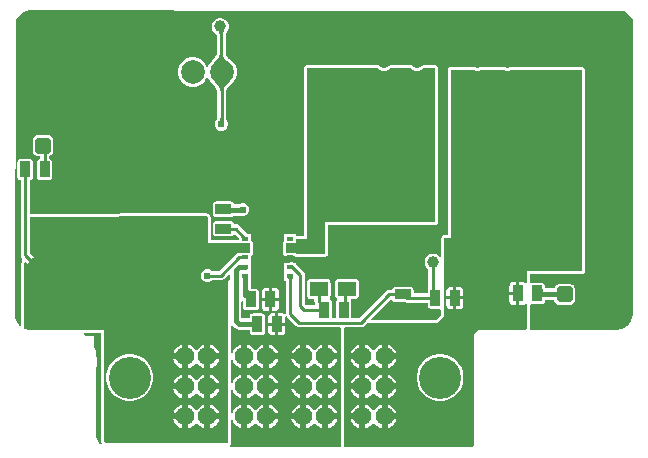
<source format=gbr>
%TF.GenerationSoftware,Altium Limited,Altium Designer,24.2.2 (26)*%
G04 Layer_Physical_Order=1*
G04 Layer_Color=255*
%FSLAX45Y45*%
%MOMM*%
%TF.SameCoordinates,49D751E1-909A-4D1D-99CC-CC6D119DB9C5*%
%TF.FilePolarity,Positive*%
%TF.FileFunction,Copper,L1,Top,Signal*%
%TF.Part,Single*%
G01*
G75*
%TA.AperFunction,SMDPad,CuDef*%
%ADD10R,1.30000X1.30000*%
%ADD11R,4.60000X3.40000*%
G04:AMPARAMS|DCode=12|XSize=1.4mm|YSize=0.9mm|CornerRadius=0.0675mm|HoleSize=0mm|Usage=FLASHONLY|Rotation=90.000|XOffset=0mm|YOffset=0mm|HoleType=Round|Shape=RoundedRectangle|*
%AMROUNDEDRECTD12*
21,1,1.40000,0.76500,0,0,90.0*
21,1,1.26500,0.90000,0,0,90.0*
1,1,0.13500,0.38250,0.63250*
1,1,0.13500,0.38250,-0.63250*
1,1,0.13500,-0.38250,-0.63250*
1,1,0.13500,-0.38250,0.63250*
%
%ADD12ROUNDEDRECTD12*%
G04:AMPARAMS|DCode=13|XSize=1.3mm|YSize=1.3mm|CornerRadius=0.13mm|HoleSize=0mm|Usage=FLASHONLY|Rotation=180.000|XOffset=0mm|YOffset=0mm|HoleType=Round|Shape=RoundedRectangle|*
%AMROUNDEDRECTD13*
21,1,1.30000,1.04000,0,0,180.0*
21,1,1.04000,1.30000,0,0,180.0*
1,1,0.26000,-0.52000,0.52000*
1,1,0.26000,0.52000,0.52000*
1,1,0.26000,0.52000,-0.52000*
1,1,0.26000,-0.52000,-0.52000*
%
%ADD13ROUNDEDRECTD13*%
G04:AMPARAMS|DCode=14|XSize=1.6mm|YSize=3.15mm|CornerRadius=0.12mm|HoleSize=0mm|Usage=FLASHONLY|Rotation=180.000|XOffset=0mm|YOffset=0mm|HoleType=Round|Shape=RoundedRectangle|*
%AMROUNDEDRECTD14*
21,1,1.60000,2.91000,0,0,180.0*
21,1,1.36000,3.15000,0,0,180.0*
1,1,0.24000,-0.68000,1.45500*
1,1,0.24000,0.68000,1.45500*
1,1,0.24000,0.68000,-1.45500*
1,1,0.24000,-0.68000,-1.45500*
%
%ADD14ROUNDEDRECTD14*%
G04:AMPARAMS|DCode=15|XSize=1.25mm|YSize=1.6mm|CornerRadius=0.125mm|HoleSize=0mm|Usage=FLASHONLY|Rotation=270.000|XOffset=0mm|YOffset=0mm|HoleType=Round|Shape=RoundedRectangle|*
%AMROUNDEDRECTD15*
21,1,1.25000,1.35000,0,0,270.0*
21,1,1.00000,1.60000,0,0,270.0*
1,1,0.25000,-0.67500,-0.50000*
1,1,0.25000,-0.67500,0.50000*
1,1,0.25000,0.67500,0.50000*
1,1,0.25000,0.67500,-0.50000*
%
%ADD15ROUNDEDRECTD15*%
G04:AMPARAMS|DCode=16|XSize=1.6mm|YSize=3mm|CornerRadius=0.12mm|HoleSize=0mm|Usage=FLASHONLY|Rotation=270.000|XOffset=0mm|YOffset=0mm|HoleType=Round|Shape=RoundedRectangle|*
%AMROUNDEDRECTD16*
21,1,1.60000,2.76000,0,0,270.0*
21,1,1.36000,3.00000,0,0,270.0*
1,1,0.24000,-1.38000,-0.68000*
1,1,0.24000,-1.38000,0.68000*
1,1,0.24000,1.38000,0.68000*
1,1,0.24000,1.38000,-0.68000*
%
%ADD16ROUNDEDRECTD16*%
G04:AMPARAMS|DCode=17|XSize=1.4mm|YSize=0.9mm|CornerRadius=0.0675mm|HoleSize=0mm|Usage=FLASHONLY|Rotation=0.000|XOffset=0mm|YOffset=0mm|HoleType=Round|Shape=RoundedRectangle|*
%AMROUNDEDRECTD17*
21,1,1.40000,0.76500,0,0,0.0*
21,1,1.26500,0.90000,0,0,0.0*
1,1,0.13500,0.63250,-0.38250*
1,1,0.13500,-0.63250,-0.38250*
1,1,0.13500,-0.63250,0.38250*
1,1,0.13500,0.63250,0.38250*
%
%ADD17ROUNDEDRECTD17*%
%ADD18R,4.00000X4.00000*%
%ADD19R,0.60000X0.30000*%
%ADD20R,2.60000X3.00000*%
%ADD21C,1.00000*%
G04:AMPARAMS|DCode=22|XSize=1.25mm|YSize=1.6mm|CornerRadius=0.125mm|HoleSize=0mm|Usage=FLASHONLY|Rotation=180.000|XOffset=0mm|YOffset=0mm|HoleType=Round|Shape=RoundedRectangle|*
%AMROUNDEDRECTD22*
21,1,1.25000,1.35000,0,0,180.0*
21,1,1.00000,1.60000,0,0,180.0*
1,1,0.25000,-0.50000,0.67500*
1,1,0.25000,0.50000,0.67500*
1,1,0.25000,0.50000,-0.67500*
1,1,0.25000,-0.50000,-0.67500*
%
%ADD22ROUNDEDRECTD22*%
%TA.AperFunction,Conductor*%
%ADD23C,0.45720*%
%ADD24C,0.25400*%
%ADD25C,0.43180*%
%TA.AperFunction,ComponentPad*%
%ADD26C,3.56000*%
%ADD27C,1.56000*%
%ADD28C,2.54000*%
%ADD29C,2.00000*%
%TA.AperFunction,ViaPad*%
%ADD30C,1.27000*%
%ADD31C,0.60960*%
%TA.AperFunction,TestPad*%
%ADD32C,0.60960*%
%ADD33C,0.71120*%
G36*
X5433060Y-3944620D02*
X4963160D01*
Y-4045963D01*
X4950460Y-4049815D01*
X4949709Y-4048691D01*
X4939074Y-4041586D01*
X4926530Y-4039090D01*
X4900980D01*
Y-4135119D01*
Y-4231150D01*
X4926530D01*
X4939074Y-4228654D01*
X4949709Y-4221549D01*
X4950460Y-4220425D01*
X4963160Y-4224277D01*
Y-4434037D01*
X4954167Y-4443004D01*
X4704162Y-4442281D01*
X4702821Y-4442544D01*
X4701470Y-4442343D01*
X4688066Y-4443002D01*
X4684343Y-4443935D01*
X4680503D01*
X4675148Y-4445000D01*
X4551869D01*
X4516946Y-4479923D01*
Y-4611847D01*
X4516186Y-4614884D01*
X4515527Y-4628287D01*
X4515724Y-4629611D01*
X4515465Y-4630925D01*
X4516910Y-5408852D01*
X4516946Y-5409033D01*
Y-5411914D01*
X4515871Y-5417521D01*
X4513743Y-5422744D01*
X4510631Y-5427450D01*
X4506659Y-5431454D01*
X4501978Y-5434602D01*
X4501967Y-5434606D01*
X3424914D01*
X3421380Y-5423370D01*
Y-4589780D01*
X3417321Y-4429440D01*
X3426187Y-4420347D01*
X3563620D01*
X3578486Y-4417389D01*
X3591089Y-4408969D01*
X3610937Y-4389120D01*
X4208780D01*
X4267200Y-4330700D01*
Y-3663676D01*
X4320540D01*
Y-2245360D01*
X4525417D01*
X4534896Y-2247900D01*
X4558304D01*
X4567783Y-2245360D01*
X4779417D01*
X4788896Y-2247900D01*
X4812304D01*
X4821783Y-2245360D01*
X5433060D01*
Y-3944620D01*
D02*
G37*
G36*
X2263140Y-3491329D02*
Y-3703320D01*
X2268220Y-3708400D01*
X2564826D01*
X2568680Y-3709167D01*
X2583680D01*
X2587534Y-3708400D01*
X2623360D01*
Y-3795000D01*
X2599398D01*
X2598546Y-3794431D01*
X2583680Y-3791473D01*
X2527300D01*
X2512434Y-3794431D01*
X2499831Y-3802851D01*
X2356269Y-3946413D01*
X2300780D01*
X2292253Y-3937887D01*
X2271715Y-3929380D01*
X2249485D01*
X2228947Y-3937887D01*
X2213227Y-3953607D01*
X2204720Y-3974145D01*
Y-3996375D01*
X2213227Y-4016913D01*
X2228947Y-4032633D01*
X2249485Y-4041140D01*
X2271715D01*
X2292253Y-4032633D01*
X2300780Y-4024107D01*
X2372360D01*
X2387226Y-4021149D01*
X2399829Y-4012729D01*
X2442256Y-3970301D01*
X2453990Y-3975161D01*
Y-4018280D01*
X2451100D01*
X2435860Y-4033520D01*
Y-5400040D01*
X1399540D01*
X1389380Y-5389880D01*
Y-4445000D01*
X1115341D01*
X1113133Y-4444561D01*
X1109294D01*
X1105571Y-4443628D01*
X1087324Y-4442732D01*
X1085877Y-4442946D01*
X1084441Y-4442670D01*
X759445Y-4444809D01*
X758519Y-4445000D01*
X748552D01*
X723665Y-4440050D01*
X711200Y-4434887D01*
Y-3876451D01*
X722933Y-3871590D01*
X772631Y-3921289D01*
X785234Y-3929709D01*
X800100Y-3932667D01*
X814966Y-3929709D01*
X827569Y-3921289D01*
X835989Y-3908686D01*
X838947Y-3893820D01*
X835989Y-3878954D01*
X827569Y-3866351D01*
X756447Y-3795229D01*
Y-3485194D01*
X2254151Y-3482357D01*
X2263140Y-3491329D01*
D02*
G37*
G36*
X2986667Y-4004968D02*
X2984508Y-4005739D01*
X2982603Y-4007024D01*
X2980952Y-4008823D01*
X2979555Y-4011137D01*
X2978412Y-4013964D01*
X2977523Y-4017306D01*
X2976888Y-4021162D01*
X2976507Y-4025531D01*
X2976380Y-4030415D01*
X2950980D01*
X2950853Y-4025531D01*
X2950472Y-4021162D01*
X2949837Y-4017306D01*
X2948948Y-4013964D01*
X2947805Y-4011137D01*
X2946408Y-4008823D01*
X2944757Y-4007024D01*
X2942852Y-4005739D01*
X2940693Y-4004968D01*
X2938280Y-4004711D01*
X2989080D01*
X2986667Y-4004968D01*
D02*
G37*
G36*
X3214950Y-1740894D02*
X3214978Y-1740889D01*
X3215005Y-1740894D01*
X5752120Y-1740902D01*
X5763254D01*
X5785095Y-1745246D01*
X5805668Y-1753768D01*
X5824183Y-1766140D01*
X5839929Y-1781886D01*
X5852300Y-1800401D01*
X5860822Y-1820973D01*
X5865166Y-1842814D01*
Y-1853931D01*
X5864392Y-4299350D01*
X5864394Y-4299358D01*
X5864392Y-4299366D01*
Y-4313731D01*
X5858787Y-4341909D01*
X5847793Y-4368451D01*
X5831832Y-4392339D01*
X5811517Y-4412654D01*
X5787629Y-4428615D01*
X5761087Y-4439610D01*
X5732909Y-4445214D01*
X5718606D01*
X4999449Y-4443135D01*
X4989202Y-4434200D01*
X4989058Y-4434036D01*
Y-4228847D01*
X4998660Y-4222430D01*
X5001497Y-4221884D01*
X5004468Y-4223869D01*
X5015030Y-4225970D01*
X5091530D01*
X5102092Y-4223869D01*
X5111046Y-4217886D01*
X5117029Y-4208932D01*
X5119130Y-4198370D01*
Y-4188135D01*
X5198907D01*
Y-4194740D01*
X5201493Y-4207741D01*
X5208858Y-4218762D01*
X5219879Y-4226127D01*
X5232880Y-4228713D01*
X5336880D01*
X5349881Y-4226127D01*
X5360902Y-4218762D01*
X5368267Y-4207741D01*
X5370853Y-4194740D01*
Y-4090740D01*
X5368267Y-4077739D01*
X5360902Y-4066718D01*
X5349881Y-4059353D01*
X5336880Y-4056767D01*
X5232880D01*
X5219879Y-4059353D01*
X5208858Y-4066718D01*
X5201493Y-4077739D01*
X5199109Y-4089725D01*
X5120093D01*
X5119130Y-4088283D01*
Y-4071870D01*
X5117029Y-4061308D01*
X5111046Y-4052354D01*
X5102092Y-4046371D01*
X5091530Y-4044270D01*
X5015030D01*
X5004468Y-4046371D01*
X5001497Y-4048356D01*
X4998660Y-4047810D01*
X4989058Y-4041393D01*
Y-3970518D01*
X5433060D01*
X5442971Y-3968546D01*
X5451372Y-3962932D01*
X5456986Y-3954531D01*
X5458958Y-3944620D01*
Y-2245360D01*
X5456986Y-2235449D01*
X5451372Y-2227048D01*
X5442971Y-2221434D01*
X5433060Y-2219462D01*
X4821783D01*
X4818461Y-2220123D01*
X4815081Y-2220345D01*
X4808894Y-2222002D01*
X4792306D01*
X4786119Y-2220345D01*
X4782739Y-2220123D01*
X4779417Y-2219462D01*
X4567783D01*
X4564461Y-2220123D01*
X4561081Y-2220345D01*
X4554894Y-2222002D01*
X4538306D01*
X4532119Y-2220345D01*
X4528739Y-2220123D01*
X4525417Y-2219462D01*
X4320540D01*
X4310629Y-2221434D01*
X4302228Y-2227048D01*
X4296614Y-2235449D01*
X4294642Y-2245360D01*
Y-3637779D01*
X4267200D01*
X4257289Y-3639750D01*
X4248888Y-3645364D01*
X4243274Y-3653766D01*
X4241302Y-3663676D01*
Y-3824702D01*
X4228602Y-3828105D01*
X4226950Y-3825243D01*
X4213857Y-3812150D01*
X4197822Y-3802892D01*
X4179938Y-3798100D01*
X4161422D01*
X4143538Y-3802892D01*
X4127503Y-3812150D01*
X4114410Y-3825243D01*
X4105152Y-3841278D01*
X4100360Y-3859162D01*
Y-3877678D01*
X4105152Y-3895562D01*
X4114410Y-3911597D01*
X4127503Y-3924690D01*
X4131833Y-3927190D01*
Y-4092549D01*
X4127251Y-4099408D01*
X4125150Y-4109970D01*
Y-4134373D01*
X4007530D01*
Y-4104400D01*
X4005429Y-4093838D01*
X3999446Y-4084884D01*
X3990492Y-4078900D01*
X3979930Y-4076800D01*
X3853430D01*
X3842868Y-4078900D01*
X3833914Y-4084884D01*
X3827931Y-4093838D01*
X3825948Y-4103803D01*
X3802470D01*
X3787604Y-4106760D01*
X3775002Y-4115181D01*
X3547529Y-4342653D01*
X3486305D01*
X3479891Y-4334838D01*
Y-4208338D01*
X3477790Y-4197776D01*
X3474900Y-4193450D01*
X3480846Y-4180750D01*
X3510545D01*
X3523351Y-4178203D01*
X3534207Y-4170949D01*
X3541461Y-4160093D01*
X3544008Y-4147287D01*
Y-4047288D01*
X3541461Y-4034482D01*
X3534207Y-4023626D01*
X3523351Y-4016372D01*
X3510545Y-4013825D01*
X3375545D01*
X3362740Y-4016372D01*
X3351884Y-4023626D01*
X3344630Y-4034482D01*
X3342082Y-4047288D01*
Y-4147287D01*
X3344630Y-4160093D01*
X3351884Y-4170949D01*
X3356023Y-4173715D01*
X3356274Y-4188816D01*
X3356240Y-4188874D01*
X3350291Y-4197776D01*
X3348190Y-4208338D01*
Y-4334838D01*
X3341776Y-4342653D01*
X3321305D01*
X3314891Y-4334838D01*
Y-4208338D01*
X3312790Y-4197776D01*
X3306807Y-4188822D01*
X3299183Y-4183727D01*
X3297177Y-4176868D01*
X3296354Y-4169592D01*
X3302701Y-4160093D01*
X3305248Y-4147287D01*
Y-4047288D01*
X3302701Y-4034482D01*
X3295447Y-4023626D01*
X3284591Y-4016372D01*
X3271785Y-4013825D01*
X3136785D01*
X3123980Y-4016372D01*
X3113124Y-4023626D01*
X3105870Y-4034482D01*
X3103322Y-4047288D01*
Y-4147287D01*
X3105870Y-4160093D01*
X3113124Y-4170949D01*
X3123980Y-4178203D01*
X3136785Y-4180750D01*
X3165439D01*
Y-4201833D01*
X3168396Y-4216699D01*
X3170629Y-4220042D01*
X3163841Y-4232742D01*
X3093879D01*
X3086847Y-4225709D01*
Y-3979640D01*
X3083889Y-3964774D01*
X3075469Y-3952172D01*
X3014000Y-3890703D01*
Y-3875000D01*
X2994398D01*
X2993546Y-3874431D01*
X2978680Y-3871474D01*
X2963680D01*
X2948814Y-3874431D01*
X2947962Y-3875000D01*
X2913360D01*
Y-3945640D01*
X2913359D01*
Y-3955001D01*
X2913360D01*
Y-3999301D01*
X2912528Y-4001967D01*
X2912653Y-4003350D01*
X2912382Y-4004711D01*
X2913105Y-4008342D01*
X2913360Y-4011163D01*
Y-4025640D01*
X2923718D01*
X2924833Y-4026571D01*
Y-4305161D01*
X2925391Y-4307962D01*
X2913427Y-4312917D01*
X2909989Y-4307771D01*
X2899354Y-4300666D01*
X2886810Y-4298170D01*
X2861260D01*
Y-4381500D01*
X2919590D01*
Y-4330950D01*
X2919494Y-4330470D01*
X2931457Y-4325515D01*
X2936211Y-4332629D01*
X3012550Y-4408969D01*
X3025153Y-4417389D01*
X3040019Y-4420347D01*
X3381319D01*
X3390422Y-4428832D01*
X3391432Y-4430096D01*
X3395482Y-4590104D01*
Y-5422879D01*
X3395429Y-5423454D01*
X3389738Y-5432379D01*
X3385718Y-5435559D01*
X2454209Y-5433602D01*
X2450368Y-5420894D01*
X2454172Y-5418352D01*
X2459786Y-5409951D01*
X2461758Y-5400040D01*
Y-5210008D01*
X2474458Y-5208337D01*
X2476626Y-5216431D01*
X2490239Y-5240009D01*
X2509491Y-5259260D01*
X2533069Y-5272873D01*
X2547580Y-5276762D01*
Y-5176520D01*
Y-5076278D01*
X2533069Y-5080167D01*
X2509491Y-5093779D01*
X2490239Y-5113031D01*
X2476626Y-5136609D01*
X2474458Y-5144703D01*
X2461758Y-5143032D01*
Y-4956008D01*
X2474458Y-4954337D01*
X2476626Y-4962431D01*
X2490239Y-4986009D01*
X2509491Y-5005260D01*
X2533069Y-5018873D01*
X2547580Y-5022762D01*
Y-4922520D01*
Y-4822278D01*
X2533069Y-4826167D01*
X2509491Y-4839779D01*
X2490239Y-4859031D01*
X2476626Y-4882609D01*
X2474458Y-4890703D01*
X2461758Y-4889032D01*
Y-4702008D01*
X2474458Y-4700337D01*
X2476626Y-4708431D01*
X2490239Y-4732009D01*
X2509491Y-4751261D01*
X2533069Y-4764873D01*
X2547580Y-4768762D01*
Y-4668520D01*
Y-4568278D01*
X2533069Y-4572167D01*
X2509491Y-4585779D01*
X2490239Y-4605031D01*
X2476626Y-4628609D01*
X2474458Y-4636703D01*
X2461758Y-4635032D01*
Y-4414479D01*
X2474458Y-4409219D01*
X2493317Y-4428078D01*
X2508860Y-4438464D01*
X2527195Y-4442110D01*
X2617710D01*
Y-4457450D01*
X2619811Y-4468012D01*
X2625794Y-4476966D01*
X2634748Y-4482949D01*
X2645310Y-4485050D01*
X2721810D01*
X2732372Y-4482949D01*
X2741326Y-4476966D01*
X2747309Y-4468012D01*
X2749410Y-4457450D01*
Y-4330950D01*
X2747309Y-4320388D01*
X2741326Y-4311434D01*
X2732372Y-4305451D01*
X2721810Y-4303350D01*
X2645310D01*
X2634748Y-4305451D01*
X2625794Y-4311434D01*
X2619811Y-4320388D01*
X2617710Y-4330950D01*
Y-4346290D01*
X2549811D01*
Y-4207371D01*
X2562511Y-4200176D01*
X2564370Y-4201290D01*
Y-4249170D01*
X2566471Y-4259732D01*
X2572454Y-4268686D01*
X2581408Y-4274669D01*
X2591970Y-4276770D01*
X2668470D01*
X2679032Y-4274669D01*
X2687986Y-4268686D01*
X2693969Y-4259732D01*
X2696070Y-4249170D01*
Y-4122670D01*
X2693969Y-4112108D01*
X2687986Y-4103154D01*
X2679032Y-4097171D01*
X2668470Y-4095070D01*
X2637288D01*
X2631591Y-4089373D01*
Y-4025640D01*
X2634000D01*
Y-3955001D01*
X2634001D01*
Y-3945640D01*
X2634000D01*
Y-3878340D01*
X2634000Y-3875001D01*
X2634001D01*
Y-3865639D01*
X2634000D01*
Y-3818439D01*
X2641672Y-3813312D01*
X2647286Y-3804911D01*
X2649258Y-3795000D01*
Y-3708400D01*
X2647286Y-3698489D01*
X2641672Y-3690088D01*
X2634000Y-3684961D01*
Y-3635000D01*
X2600162D01*
X2593849Y-3625552D01*
X2527030Y-3558733D01*
X2514427Y-3550312D01*
X2499561Y-3547355D01*
X2486665D01*
X2484682Y-3537389D01*
X2478699Y-3528435D01*
X2469745Y-3522452D01*
X2459183Y-3520351D01*
X2332683D01*
X2322121Y-3522452D01*
X2313167Y-3528435D01*
X2307184Y-3537389D01*
X2305083Y-3547951D01*
Y-3624451D01*
X2307184Y-3635013D01*
X2313167Y-3643967D01*
X2322121Y-3649951D01*
X2332683Y-3652051D01*
X2459183D01*
X2469745Y-3649951D01*
X2478699Y-3643967D01*
X2480995Y-3640532D01*
X2496113Y-3637690D01*
X2527804Y-3669382D01*
X2528462Y-3672685D01*
X2520405Y-3682502D01*
X2289038D01*
Y-3491329D01*
X2289035Y-3491317D01*
X2289038Y-3491304D01*
X2288042Y-3486324D01*
X2287066Y-3481418D01*
X2287059Y-3481408D01*
X2287057Y-3481395D01*
X2284272Y-3477236D01*
X2281452Y-3473016D01*
X2281442Y-3473009D01*
X2281435Y-3472999D01*
X2272446Y-3464027D01*
X2272436Y-3464021D01*
X2272429Y-3464010D01*
X2268194Y-3461192D01*
X2264039Y-3458421D01*
X2264027Y-3458419D01*
X2264017Y-3458412D01*
X2259010Y-3457426D01*
X2254127Y-3456459D01*
X2254114Y-3456462D01*
X2254102Y-3456459D01*
X765435Y-3459279D01*
X756447Y-3450307D01*
Y-3174292D01*
X766412Y-3172309D01*
X775366Y-3166326D01*
X781349Y-3157372D01*
X783450Y-3146810D01*
Y-3020310D01*
X781349Y-3009748D01*
X775366Y-3000794D01*
X766412Y-2994811D01*
X755850Y-2992710D01*
X679350D01*
X668788Y-2994811D01*
X659834Y-3000794D01*
X653851Y-3009748D01*
X651750Y-3020310D01*
Y-3146810D01*
X653851Y-3157372D01*
X659834Y-3166326D01*
X668788Y-3172309D01*
X678754Y-3174292D01*
Y-3811320D01*
X681711Y-3826186D01*
X690131Y-3838789D01*
X693679Y-3842336D01*
X692888Y-3858138D01*
X687273Y-3866540D01*
X685302Y-3876451D01*
Y-4403658D01*
X672602Y-4408919D01*
X663598Y-4399914D01*
X650045Y-4379632D01*
X640711Y-4357096D01*
X635952Y-4333172D01*
Y-4320995D01*
X636886Y-1863851D01*
X636884Y-1863841D01*
X636886Y-1863831D01*
Y-1851468D01*
X641710Y-1827216D01*
X651172Y-1804373D01*
X664909Y-1783813D01*
X682394Y-1766329D01*
X702954Y-1752591D01*
X725797Y-1743129D01*
X750049Y-1738305D01*
X762357D01*
X3214950Y-1740894D01*
D02*
G37*
G36*
X3827672Y-4190161D02*
X3827931Y-4191462D01*
X3833914Y-4200416D01*
X3842868Y-4206399D01*
X3853430Y-4208500D01*
X3931472D01*
X3932384Y-4209109D01*
X3947250Y-4212067D01*
X4125150D01*
Y-4236470D01*
X4127251Y-4247032D01*
X4133234Y-4255986D01*
X4142188Y-4261969D01*
X4152750Y-4264070D01*
X4229250D01*
X4241302Y-4274622D01*
Y-4319973D01*
X4198053Y-4363222D01*
X3653428D01*
X3648568Y-4351489D01*
X3813922Y-4186135D01*
X3827672Y-4190161D01*
D02*
G37*
G36*
X1363482Y-5389880D02*
X1365454Y-5399791D01*
X1368204Y-5403907D01*
X1359048Y-5413063D01*
X1355477Y-5410677D01*
X1342536Y-5397736D01*
X1332367Y-5382518D01*
X1325364Y-5365610D01*
X1321793Y-5347660D01*
Y-5338509D01*
X1321793Y-5338508D01*
X1321793Y-5338507D01*
X1321779Y-4831593D01*
X1322739Y-4680958D01*
X1322464Y-4679526D01*
X1322678Y-4678085D01*
X1321781Y-4659839D01*
X1320848Y-4656115D01*
Y-4652276D01*
X1313729Y-4616483D01*
X1311776Y-4611769D01*
X1310781Y-4606766D01*
X1297940Y-4575764D01*
Y-4495800D01*
X1233803D01*
X1231658Y-4493655D01*
X1216606Y-4483598D01*
X1220458Y-4470898D01*
X1363482D01*
Y-5389880D01*
D02*
G37*
%LPC*%
G36*
X4875580Y-4039090D02*
X4850030D01*
X4837486Y-4041586D01*
X4826851Y-4048691D01*
X4819746Y-4059326D01*
X4817250Y-4071870D01*
Y-4122419D01*
X4875580D01*
Y-4039090D01*
D02*
G37*
G36*
X4394250Y-4077190D02*
X4368700D01*
Y-4160520D01*
X4427030D01*
Y-4109970D01*
X4424534Y-4097426D01*
X4417429Y-4086791D01*
X4406794Y-4079686D01*
X4394250Y-4077190D01*
D02*
G37*
G36*
X4343300D02*
X4317750D01*
X4305206Y-4079686D01*
X4294571Y-4086791D01*
X4287465Y-4097426D01*
X4284970Y-4109970D01*
Y-4160520D01*
X4343300D01*
Y-4077190D01*
D02*
G37*
G36*
X4875580Y-4147819D02*
X4817250D01*
Y-4198370D01*
X4819746Y-4210914D01*
X4826851Y-4221549D01*
X4837486Y-4228654D01*
X4850030Y-4231150D01*
X4875580D01*
Y-4147819D01*
D02*
G37*
G36*
X4427030Y-4185920D02*
X4368700D01*
Y-4269250D01*
X4394250D01*
X4406794Y-4266754D01*
X4417429Y-4259649D01*
X4424534Y-4249014D01*
X4427030Y-4236470D01*
Y-4185920D01*
D02*
G37*
G36*
X4343300D02*
X4284970D01*
Y-4236470D01*
X4287465Y-4249014D01*
X4294571Y-4259649D01*
X4305206Y-4266754D01*
X4317750Y-4269250D01*
X4343300D01*
Y-4185920D01*
D02*
G37*
G36*
X3735580Y-4568278D02*
X3721069Y-4572167D01*
X3697491Y-4585779D01*
X3678240Y-4605031D01*
X3673330Y-4613534D01*
X3660630D01*
X3655720Y-4605031D01*
X3636469Y-4585779D01*
X3612891Y-4572167D01*
X3598380Y-4568278D01*
Y-4668520D01*
Y-4768762D01*
X3612891Y-4764873D01*
X3636469Y-4751261D01*
X3655720Y-4732009D01*
X3660630Y-4723506D01*
X3673330D01*
X3678240Y-4732009D01*
X3697491Y-4751261D01*
X3721069Y-4764873D01*
X3735580Y-4768762D01*
Y-4668520D01*
Y-4568278D01*
D02*
G37*
G36*
X3786380D02*
Y-4643120D01*
X3861222D01*
X3857333Y-4628609D01*
X3843721Y-4605031D01*
X3824469Y-4585779D01*
X3800891Y-4572167D01*
X3786380Y-4568278D01*
D02*
G37*
G36*
X3547580D02*
X3533069Y-4572167D01*
X3509491Y-4585779D01*
X3490239Y-4605031D01*
X3476627Y-4628609D01*
X3472738Y-4643120D01*
X3547580D01*
Y-4568278D01*
D02*
G37*
G36*
X3861222Y-4693920D02*
X3786380D01*
Y-4768762D01*
X3800891Y-4764873D01*
X3824469Y-4751261D01*
X3843721Y-4732009D01*
X3857333Y-4708431D01*
X3861222Y-4693920D01*
D02*
G37*
G36*
X3547580D02*
X3472738D01*
X3476627Y-4708431D01*
X3490239Y-4732009D01*
X3509491Y-4751261D01*
X3533069Y-4764873D01*
X3547580Y-4768762D01*
Y-4693920D01*
D02*
G37*
G36*
X3735580Y-4822278D02*
X3721069Y-4826167D01*
X3697491Y-4839779D01*
X3678240Y-4859031D01*
X3673330Y-4867534D01*
X3660630D01*
X3655720Y-4859031D01*
X3636469Y-4839779D01*
X3612891Y-4826167D01*
X3598380Y-4822278D01*
Y-4922520D01*
Y-5022762D01*
X3612891Y-5018873D01*
X3636469Y-5005260D01*
X3655720Y-4986009D01*
X3660630Y-4977506D01*
X3673330D01*
X3678240Y-4986009D01*
X3697491Y-5005260D01*
X3721069Y-5018873D01*
X3735580Y-5022762D01*
Y-4922520D01*
Y-4822278D01*
D02*
G37*
G36*
X3786380D02*
Y-4897120D01*
X3861222D01*
X3857333Y-4882609D01*
X3843721Y-4859031D01*
X3824469Y-4839779D01*
X3800891Y-4826167D01*
X3786380Y-4822278D01*
D02*
G37*
G36*
X3547580D02*
X3533069Y-4826167D01*
X3509491Y-4839779D01*
X3490239Y-4859031D01*
X3476627Y-4882609D01*
X3472738Y-4897120D01*
X3547580D01*
Y-4822278D01*
D02*
G37*
G36*
X3861222Y-4947920D02*
X3786380D01*
Y-5022762D01*
X3800891Y-5018873D01*
X3824469Y-5005260D01*
X3843721Y-4986009D01*
X3857333Y-4962431D01*
X3861222Y-4947920D01*
D02*
G37*
G36*
X3547580D02*
X3472738D01*
X3476627Y-4962431D01*
X3490239Y-4986009D01*
X3509491Y-5005260D01*
X3533069Y-5018873D01*
X3547580Y-5022762D01*
Y-4947920D01*
D02*
G37*
G36*
X4250513Y-4648200D02*
X4211447D01*
X4173132Y-4655821D01*
X4137040Y-4670771D01*
X4104558Y-4692475D01*
X4076935Y-4720098D01*
X4055231Y-4752580D01*
X4040281Y-4788672D01*
X4032660Y-4826987D01*
Y-4866053D01*
X4040281Y-4904368D01*
X4055231Y-4940460D01*
X4076935Y-4972942D01*
X4104558Y-5000565D01*
X4137040Y-5022269D01*
X4173132Y-5037219D01*
X4211447Y-5044840D01*
X4250513D01*
X4288828Y-5037219D01*
X4324919Y-5022269D01*
X4357401Y-5000565D01*
X4385025Y-4972942D01*
X4406729Y-4940460D01*
X4421678Y-4904368D01*
X4429300Y-4866053D01*
Y-4826987D01*
X4421678Y-4788672D01*
X4406729Y-4752580D01*
X4385025Y-4720098D01*
X4357401Y-4692475D01*
X4324919Y-4670771D01*
X4288828Y-4655821D01*
X4250513Y-4648200D01*
D02*
G37*
G36*
X3735580Y-5076278D02*
X3721069Y-5080167D01*
X3697491Y-5093779D01*
X3678240Y-5113031D01*
X3673330Y-5121534D01*
X3660630D01*
X3655720Y-5113031D01*
X3636469Y-5093779D01*
X3612891Y-5080167D01*
X3598380Y-5076278D01*
Y-5176520D01*
Y-5276762D01*
X3612891Y-5272873D01*
X3636469Y-5259260D01*
X3655720Y-5240009D01*
X3660630Y-5231506D01*
X3673330D01*
X3678240Y-5240009D01*
X3697491Y-5259260D01*
X3721069Y-5272873D01*
X3735580Y-5276762D01*
Y-5176520D01*
Y-5076278D01*
D02*
G37*
G36*
X3786380D02*
Y-5151120D01*
X3861222D01*
X3857333Y-5136609D01*
X3843721Y-5113031D01*
X3824469Y-5093779D01*
X3800891Y-5080167D01*
X3786380Y-5076278D01*
D02*
G37*
G36*
X3547580D02*
X3533069Y-5080167D01*
X3509491Y-5093779D01*
X3490239Y-5113031D01*
X3476627Y-5136609D01*
X3472738Y-5151120D01*
X3547580D01*
Y-5076278D01*
D02*
G37*
G36*
X3861222Y-5201920D02*
X3786380D01*
Y-5276762D01*
X3800891Y-5272873D01*
X3824469Y-5259260D01*
X3843721Y-5240009D01*
X3857333Y-5216431D01*
X3861222Y-5201920D01*
D02*
G37*
G36*
X3547580D02*
X3472738D01*
X3476627Y-5216431D01*
X3490239Y-5240009D01*
X3509491Y-5259260D01*
X3533069Y-5272873D01*
X3547580Y-5276762D01*
Y-5201920D01*
D02*
G37*
G36*
X2235580Y-4568278D02*
X2221069Y-4572167D01*
X2197491Y-4585779D01*
X2178239Y-4605031D01*
X2173330Y-4613534D01*
X2160630D01*
X2155720Y-4605031D01*
X2136469Y-4585779D01*
X2112891Y-4572167D01*
X2098380Y-4568278D01*
Y-4668520D01*
Y-4768762D01*
X2112891Y-4764873D01*
X2136469Y-4751261D01*
X2155720Y-4732009D01*
X2160630Y-4723506D01*
X2173330D01*
X2178239Y-4732009D01*
X2197491Y-4751261D01*
X2221069Y-4764873D01*
X2235580Y-4768762D01*
Y-4668520D01*
Y-4568278D01*
D02*
G37*
G36*
X2286380D02*
Y-4643120D01*
X2361222D01*
X2357333Y-4628609D01*
X2343720Y-4605031D01*
X2324469Y-4585779D01*
X2300891Y-4572167D01*
X2286380Y-4568278D01*
D02*
G37*
G36*
X2047580D02*
X2033069Y-4572167D01*
X2009491Y-4585779D01*
X1990239Y-4605031D01*
X1976626Y-4628609D01*
X1972738Y-4643120D01*
X2047580D01*
Y-4568278D01*
D02*
G37*
G36*
X2361222Y-4693920D02*
X2286380D01*
Y-4768762D01*
X2300891Y-4764873D01*
X2324469Y-4751261D01*
X2343720Y-4732009D01*
X2357333Y-4708431D01*
X2361222Y-4693920D01*
D02*
G37*
G36*
X2047580D02*
X1972738D01*
X1976626Y-4708431D01*
X1990239Y-4732009D01*
X2009491Y-4751261D01*
X2033069Y-4764873D01*
X2047580Y-4768762D01*
Y-4693920D01*
D02*
G37*
G36*
X2235580Y-4822278D02*
X2221069Y-4826167D01*
X2197491Y-4839779D01*
X2178239Y-4859031D01*
X2173330Y-4867534D01*
X2160630D01*
X2155720Y-4859031D01*
X2136469Y-4839779D01*
X2112891Y-4826167D01*
X2098380Y-4822278D01*
Y-4922520D01*
Y-5022762D01*
X2112891Y-5018873D01*
X2136469Y-5005260D01*
X2155720Y-4986009D01*
X2160630Y-4977506D01*
X2173330D01*
X2178239Y-4986009D01*
X2197491Y-5005260D01*
X2221069Y-5018873D01*
X2235580Y-5022762D01*
Y-4922520D01*
Y-4822278D01*
D02*
G37*
G36*
X2286380D02*
Y-4897120D01*
X2361222D01*
X2357333Y-4882609D01*
X2343720Y-4859031D01*
X2324469Y-4839779D01*
X2300891Y-4826167D01*
X2286380Y-4822278D01*
D02*
G37*
G36*
X2047580D02*
X2033069Y-4826167D01*
X2009491Y-4839779D01*
X1990239Y-4859031D01*
X1976626Y-4882609D01*
X1972738Y-4897120D01*
X2047580D01*
Y-4822278D01*
D02*
G37*
G36*
X2361222Y-4947920D02*
X2286380D01*
Y-5022762D01*
X2300891Y-5018873D01*
X2324469Y-5005260D01*
X2343720Y-4986009D01*
X2357333Y-4962431D01*
X2361222Y-4947920D01*
D02*
G37*
G36*
X2047580D02*
X1972738D01*
X1976626Y-4962431D01*
X1990239Y-4986009D01*
X2009491Y-5005260D01*
X2033069Y-5018873D01*
X2047580Y-5022762D01*
Y-4947920D01*
D02*
G37*
G36*
X1622513Y-4648200D02*
X1583447D01*
X1545132Y-4655821D01*
X1509040Y-4670771D01*
X1476558Y-4692475D01*
X1448935Y-4720098D01*
X1427231Y-4752580D01*
X1412281Y-4788672D01*
X1404660Y-4826987D01*
Y-4866053D01*
X1412281Y-4904368D01*
X1427231Y-4940460D01*
X1448935Y-4972942D01*
X1476558Y-5000565D01*
X1509040Y-5022269D01*
X1545132Y-5037219D01*
X1583447Y-5044840D01*
X1622513D01*
X1660828Y-5037219D01*
X1696920Y-5022269D01*
X1729402Y-5000565D01*
X1757025Y-4972942D01*
X1778729Y-4940460D01*
X1793679Y-4904368D01*
X1801300Y-4866053D01*
Y-4826987D01*
X1793679Y-4788672D01*
X1778729Y-4752580D01*
X1757025Y-4720098D01*
X1729402Y-4692475D01*
X1696920Y-4670771D01*
X1660828Y-4655821D01*
X1622513Y-4648200D01*
D02*
G37*
G36*
X2235580Y-5076278D02*
X2221069Y-5080167D01*
X2197491Y-5093779D01*
X2178239Y-5113031D01*
X2173330Y-5121534D01*
X2160630D01*
X2155720Y-5113031D01*
X2136469Y-5093779D01*
X2112891Y-5080167D01*
X2098380Y-5076278D01*
Y-5176520D01*
Y-5276762D01*
X2112891Y-5272873D01*
X2136469Y-5259260D01*
X2155720Y-5240009D01*
X2160630Y-5231506D01*
X2173330D01*
X2178239Y-5240009D01*
X2197491Y-5259260D01*
X2221069Y-5272873D01*
X2235580Y-5276762D01*
Y-5176520D01*
Y-5076278D01*
D02*
G37*
G36*
X2286380D02*
Y-5151120D01*
X2361222D01*
X2357333Y-5136609D01*
X2343720Y-5113031D01*
X2324469Y-5093779D01*
X2300891Y-5080167D01*
X2286380Y-5076278D01*
D02*
G37*
G36*
X2047580D02*
X2033069Y-5080167D01*
X2009491Y-5093779D01*
X1990239Y-5113031D01*
X1976626Y-5136609D01*
X1972738Y-5151120D01*
X2047580D01*
Y-5076278D01*
D02*
G37*
G36*
X2361222Y-5201920D02*
X2286380D01*
Y-5276762D01*
X2300891Y-5272873D01*
X2324469Y-5259260D01*
X2343720Y-5240009D01*
X2357333Y-5216431D01*
X2361222Y-5201920D01*
D02*
G37*
G36*
X2047580D02*
X1972738D01*
X1976626Y-5216431D01*
X1990239Y-5240009D01*
X2009491Y-5259260D01*
X2033069Y-5272873D01*
X2047580Y-5276762D01*
Y-5201920D01*
D02*
G37*
G36*
X2379078Y-1804200D02*
X2360562D01*
X2342678Y-1808992D01*
X2326643Y-1818250D01*
X2313550Y-1831343D01*
X2304292Y-1847378D01*
X2299500Y-1865262D01*
Y-1883778D01*
X2304292Y-1901662D01*
X2313550Y-1917697D01*
X2326643Y-1930790D01*
X2328856Y-1932068D01*
X2329031Y-1932360D01*
X2330034Y-1934992D01*
X2331602Y-1936652D01*
X2332775Y-1938611D01*
X2335037Y-1940290D01*
X2336972Y-1942338D01*
X2339000Y-1943247D01*
X2339257Y-1944679D01*
X2339323Y-1945352D01*
Y-2104497D01*
X2339296Y-2104810D01*
X2338440Y-2108379D01*
X2336594Y-2113464D01*
X2333625Y-2119837D01*
X2329484Y-2127330D01*
X2324416Y-2135409D01*
X2300899Y-2166837D01*
X2290994Y-2178596D01*
X2290764Y-2179014D01*
X2286175Y-2183603D01*
X2269666Y-2212198D01*
X2267870Y-2218899D01*
X2255170D01*
X2253374Y-2212198D01*
X2236865Y-2183603D01*
X2213517Y-2160255D01*
X2184922Y-2143746D01*
X2153029Y-2135200D01*
X2120011D01*
X2088117Y-2143746D01*
X2059523Y-2160255D01*
X2036175Y-2183603D01*
X2019666Y-2212198D01*
X2011120Y-2244091D01*
Y-2277109D01*
X2019666Y-2309002D01*
X2036175Y-2337597D01*
X2059523Y-2360945D01*
X2088117Y-2377454D01*
X2120011Y-2386000D01*
X2153029D01*
X2184922Y-2377454D01*
X2213517Y-2360945D01*
X2236865Y-2337597D01*
X2253374Y-2309002D01*
X2255170Y-2302301D01*
X2267870D01*
X2269666Y-2309002D01*
X2286175Y-2337597D01*
X2293313Y-2344735D01*
X2294172Y-2346166D01*
X2304541Y-2357593D01*
X2313351Y-2367892D01*
X2328029Y-2387056D01*
X2333248Y-2394972D01*
X2337409Y-2402195D01*
X2340383Y-2408380D01*
X2342227Y-2413356D01*
X2343092Y-2416940D01*
X2343133Y-2417411D01*
Y-2655300D01*
X2330067Y-2668367D01*
X2321560Y-2688905D01*
Y-2711135D01*
X2330067Y-2731673D01*
X2345787Y-2747393D01*
X2366325Y-2755900D01*
X2388555D01*
X2409093Y-2747393D01*
X2424813Y-2731673D01*
X2433320Y-2711135D01*
Y-2688905D01*
X2424813Y-2668367D01*
X2422383Y-2665936D01*
X2422294Y-2665808D01*
X2422096Y-2665469D01*
X2421874Y-2665011D01*
X2421632Y-2664403D01*
X2421383Y-2663624D01*
X2421140Y-2662647D01*
X2420985Y-2661805D01*
X2420827Y-2660196D01*
Y-2418516D01*
X2420893Y-2417750D01*
X2421769Y-2414185D01*
X2423588Y-2409501D01*
X2426531Y-2403807D01*
X2430691Y-2397237D01*
X2436118Y-2389894D01*
X2442630Y-2382103D01*
X2460203Y-2363917D01*
X2463254Y-2361097D01*
X2463517Y-2360945D01*
X2464724Y-2359738D01*
X2470784Y-2354136D01*
X2472003Y-2352460D01*
X2486865Y-2337597D01*
X2503374Y-2309002D01*
X2511920Y-2277109D01*
Y-2244091D01*
X2503374Y-2212198D01*
X2486865Y-2183603D01*
X2467619Y-2164357D01*
X2467544Y-2164257D01*
X2467317Y-2164055D01*
X2463517Y-2160255D01*
X2462201Y-2159495D01*
X2446780Y-2145751D01*
X2438953Y-2137790D01*
X2432237Y-2130179D01*
X2426820Y-2123183D01*
X2422680Y-2116887D01*
X2419765Y-2111409D01*
X2417967Y-2106866D01*
X2417091Y-2103328D01*
X2417017Y-2102465D01*
Y-1940102D01*
X2417070Y-1939434D01*
X2417390Y-1937176D01*
X2417774Y-1935383D01*
X2418169Y-1934052D01*
X2418525Y-1933151D01*
X2418785Y-1932642D01*
X2418907Y-1932456D01*
X2419914Y-1931496D01*
X2421352Y-1929454D01*
X2423169Y-1927738D01*
X2424234Y-1925362D01*
X2425732Y-1923235D01*
X2426279Y-1920798D01*
X2427301Y-1918517D01*
X2427376Y-1915914D01*
X2427538Y-1915188D01*
X2435348Y-1901662D01*
X2440140Y-1883778D01*
Y-1865262D01*
X2435348Y-1847378D01*
X2426090Y-1831343D01*
X2412997Y-1818250D01*
X2396962Y-1808992D01*
X2379078Y-1804200D01*
D02*
G37*
G36*
X4185920Y-2201682D02*
X4095744D01*
X4085833Y-2203654D01*
X4077431Y-2209268D01*
X4077284Y-2209414D01*
X4062918Y-2217709D01*
X4046894Y-2222002D01*
X4030306D01*
X4014282Y-2217709D01*
X3999916Y-2209415D01*
X3999769Y-2209268D01*
X3991367Y-2203654D01*
X3981456Y-2201682D01*
X3816344D01*
X3806433Y-2203654D01*
X3798031Y-2209268D01*
X3797884Y-2209414D01*
X3783518Y-2217709D01*
X3767494Y-2222002D01*
X3750906D01*
X3734882Y-2217709D01*
X3720516Y-2209415D01*
X3720369Y-2209268D01*
X3711967Y-2203654D01*
X3702056Y-2201682D01*
X3103880D01*
X3093969Y-2203654D01*
X3085568Y-2209268D01*
X3079954Y-2217669D01*
X3077982Y-2227580D01*
Y-3646445D01*
X3014000D01*
Y-3635000D01*
X2913360D01*
Y-3682201D01*
X2905688Y-3687328D01*
X2900074Y-3695729D01*
X2898102Y-3705640D01*
Y-3795000D01*
X2900074Y-3804911D01*
X2905688Y-3813312D01*
X2914089Y-3818926D01*
X2924000Y-3820898D01*
X3005641D01*
X3014000Y-3822560D01*
X3258820D01*
X3268731Y-3820589D01*
X3277132Y-3814975D01*
X3282746Y-3806573D01*
X3284718Y-3796663D01*
X3284717Y-3556498D01*
X4185920D01*
X4195830Y-3554526D01*
X4204232Y-3548912D01*
X4209846Y-3540511D01*
X4211817Y-3530600D01*
Y-2227580D01*
X4209846Y-2217669D01*
X4204232Y-2209268D01*
X4195830Y-2203654D01*
X4185920Y-2201682D01*
D02*
G37*
G36*
X922360Y-2796927D02*
X818360D01*
X805359Y-2799513D01*
X794338Y-2806878D01*
X786973Y-2817899D01*
X784387Y-2830900D01*
Y-2934900D01*
X786973Y-2947901D01*
X794338Y-2958922D01*
X805359Y-2966287D01*
X818360Y-2968873D01*
X843753D01*
Y-2992828D01*
X833788Y-2994811D01*
X824834Y-3000794D01*
X818851Y-3009748D01*
X816750Y-3020310D01*
Y-3146810D01*
X818851Y-3157372D01*
X824834Y-3166326D01*
X833788Y-3172309D01*
X844350Y-3174410D01*
X920850D01*
X931412Y-3172309D01*
X940366Y-3166326D01*
X946349Y-3157372D01*
X948450Y-3146810D01*
Y-3020310D01*
X946349Y-3009748D01*
X940366Y-3000794D01*
X931412Y-2994811D01*
X921446Y-2992828D01*
Y-2968873D01*
X922360D01*
X935361Y-2966287D01*
X946382Y-2958922D01*
X953747Y-2947901D01*
X956333Y-2934900D01*
Y-2830900D01*
X953747Y-2817899D01*
X946382Y-2806878D01*
X935361Y-2799513D01*
X922360Y-2796927D01*
D02*
G37*
G36*
X2459183Y-3355351D02*
X2332683D01*
X2322121Y-3357452D01*
X2313167Y-3363435D01*
X2307184Y-3372389D01*
X2305083Y-3382951D01*
Y-3459451D01*
X2307184Y-3470013D01*
X2313167Y-3478967D01*
X2322121Y-3484951D01*
X2332683Y-3487051D01*
X2459183D01*
X2469745Y-3484951D01*
X2478699Y-3478967D01*
X2480906Y-3475665D01*
X2533091D01*
X2549205Y-3482340D01*
X2571435D01*
X2591973Y-3473833D01*
X2607693Y-3458113D01*
X2616200Y-3437575D01*
Y-3415345D01*
X2607693Y-3394807D01*
X2591973Y-3379087D01*
X2571435Y-3370580D01*
X2549205D01*
X2533091Y-3377255D01*
X2485650D01*
X2484682Y-3372389D01*
X2478699Y-3363435D01*
X2469745Y-3357452D01*
X2459183Y-3355351D01*
D02*
G37*
G36*
X2833470Y-4089890D02*
X2807920D01*
Y-4173220D01*
X2866250D01*
Y-4122670D01*
X2863754Y-4110126D01*
X2856649Y-4099491D01*
X2846014Y-4092386D01*
X2833470Y-4089890D01*
D02*
G37*
G36*
X2782520D02*
X2756970D01*
X2744426Y-4092386D01*
X2733791Y-4099491D01*
X2726685Y-4110126D01*
X2724190Y-4122670D01*
Y-4173220D01*
X2782520D01*
Y-4089890D01*
D02*
G37*
G36*
X2866250Y-4198620D02*
X2807920D01*
Y-4281950D01*
X2833470D01*
X2846014Y-4279454D01*
X2856649Y-4272349D01*
X2863754Y-4261714D01*
X2866250Y-4249170D01*
Y-4198620D01*
D02*
G37*
G36*
X2782520D02*
X2724190D01*
Y-4249170D01*
X2726685Y-4261714D01*
X2733791Y-4272349D01*
X2744426Y-4279454D01*
X2756970Y-4281950D01*
X2782520D01*
Y-4198620D01*
D02*
G37*
G36*
X2835860Y-4298170D02*
X2810310D01*
X2797766Y-4300666D01*
X2787131Y-4307771D01*
X2780025Y-4318406D01*
X2777530Y-4330950D01*
Y-4381500D01*
X2835860D01*
Y-4298170D01*
D02*
G37*
G36*
X2919590Y-4406900D02*
X2861260D01*
Y-4490230D01*
X2886810D01*
X2899354Y-4487734D01*
X2909989Y-4480629D01*
X2917094Y-4469994D01*
X2919590Y-4457450D01*
Y-4406900D01*
D02*
G37*
G36*
X2835860D02*
X2777530D01*
Y-4457450D01*
X2780025Y-4469994D01*
X2787131Y-4480629D01*
X2797766Y-4487734D01*
X2810310Y-4490230D01*
X2835860D01*
Y-4406900D01*
D02*
G37*
G36*
X3235580Y-4568278D02*
X3221069Y-4572167D01*
X3197491Y-4585779D01*
X3178240Y-4605031D01*
X3173330Y-4613534D01*
X3160630D01*
X3155720Y-4605031D01*
X3136469Y-4585779D01*
X3112891Y-4572167D01*
X3098380Y-4568278D01*
Y-4668520D01*
Y-4768762D01*
X3112891Y-4764873D01*
X3136469Y-4751261D01*
X3155720Y-4732009D01*
X3160630Y-4723506D01*
X3173330D01*
X3178240Y-4732009D01*
X3197491Y-4751261D01*
X3221069Y-4764873D01*
X3235580Y-4768762D01*
Y-4668520D01*
Y-4568278D01*
D02*
G37*
G36*
X2735580D02*
X2721069Y-4572167D01*
X2697491Y-4585779D01*
X2678240Y-4605031D01*
X2673330Y-4613534D01*
X2660630D01*
X2655720Y-4605031D01*
X2636469Y-4585779D01*
X2612891Y-4572167D01*
X2598380Y-4568278D01*
Y-4668520D01*
Y-4768762D01*
X2612891Y-4764873D01*
X2636469Y-4751261D01*
X2655720Y-4732009D01*
X2660630Y-4723506D01*
X2673330D01*
X2678240Y-4732009D01*
X2697491Y-4751261D01*
X2721069Y-4764873D01*
X2735580Y-4768762D01*
Y-4668520D01*
Y-4568278D01*
D02*
G37*
G36*
X3286380D02*
Y-4643120D01*
X3361222D01*
X3357333Y-4628609D01*
X3343721Y-4605031D01*
X3324469Y-4585779D01*
X3300891Y-4572167D01*
X3286380Y-4568278D01*
D02*
G37*
G36*
X3047580D02*
X3033069Y-4572167D01*
X3009491Y-4585779D01*
X2990239Y-4605031D01*
X2976627Y-4628609D01*
X2972738Y-4643120D01*
X3047580D01*
Y-4568278D01*
D02*
G37*
G36*
X2786380D02*
Y-4643120D01*
X2861222D01*
X2857333Y-4628609D01*
X2843720Y-4605031D01*
X2824469Y-4585779D01*
X2800891Y-4572167D01*
X2786380Y-4568278D01*
D02*
G37*
G36*
X3361222Y-4693920D02*
X3286380D01*
Y-4768762D01*
X3300891Y-4764873D01*
X3324469Y-4751261D01*
X3343721Y-4732009D01*
X3357333Y-4708431D01*
X3361222Y-4693920D01*
D02*
G37*
G36*
X3047580D02*
X2972738D01*
X2976627Y-4708431D01*
X2990239Y-4732009D01*
X3009491Y-4751261D01*
X3033069Y-4764873D01*
X3047580Y-4768762D01*
Y-4693920D01*
D02*
G37*
G36*
X2861222D02*
X2786380D01*
Y-4768762D01*
X2800891Y-4764873D01*
X2824469Y-4751261D01*
X2843720Y-4732009D01*
X2857333Y-4708431D01*
X2861222Y-4693920D01*
D02*
G37*
G36*
X3235580Y-4822278D02*
X3221069Y-4826167D01*
X3197491Y-4839779D01*
X3178240Y-4859031D01*
X3173330Y-4867534D01*
X3160630D01*
X3155720Y-4859031D01*
X3136469Y-4839779D01*
X3112891Y-4826167D01*
X3098380Y-4822278D01*
Y-4922520D01*
Y-5022762D01*
X3112891Y-5018873D01*
X3136469Y-5005260D01*
X3155720Y-4986009D01*
X3160630Y-4977506D01*
X3173330D01*
X3178240Y-4986009D01*
X3197491Y-5005260D01*
X3221069Y-5018873D01*
X3235580Y-5022762D01*
Y-4922520D01*
Y-4822278D01*
D02*
G37*
G36*
X2735580D02*
X2721069Y-4826167D01*
X2697491Y-4839779D01*
X2678240Y-4859031D01*
X2673330Y-4867534D01*
X2660630D01*
X2655720Y-4859031D01*
X2636469Y-4839779D01*
X2612891Y-4826167D01*
X2598380Y-4822278D01*
Y-4922520D01*
Y-5022762D01*
X2612891Y-5018873D01*
X2636469Y-5005260D01*
X2655720Y-4986009D01*
X2660630Y-4977506D01*
X2673330D01*
X2678240Y-4986009D01*
X2697491Y-5005260D01*
X2721069Y-5018873D01*
X2735580Y-5022762D01*
Y-4922520D01*
Y-4822278D01*
D02*
G37*
G36*
X3286380D02*
Y-4897120D01*
X3361222D01*
X3357333Y-4882609D01*
X3343721Y-4859031D01*
X3324469Y-4839779D01*
X3300891Y-4826167D01*
X3286380Y-4822278D01*
D02*
G37*
G36*
X3047580D02*
X3033069Y-4826167D01*
X3009491Y-4839779D01*
X2990239Y-4859031D01*
X2976627Y-4882609D01*
X2972738Y-4897120D01*
X3047580D01*
Y-4822278D01*
D02*
G37*
G36*
X2786380D02*
Y-4897120D01*
X2861222D01*
X2857333Y-4882609D01*
X2843720Y-4859031D01*
X2824469Y-4839779D01*
X2800891Y-4826167D01*
X2786380Y-4822278D01*
D02*
G37*
G36*
X3361222Y-4947920D02*
X3286380D01*
Y-5022762D01*
X3300891Y-5018873D01*
X3324469Y-5005260D01*
X3343721Y-4986009D01*
X3357333Y-4962431D01*
X3361222Y-4947920D01*
D02*
G37*
G36*
X3047580D02*
X2972738D01*
X2976627Y-4962431D01*
X2990239Y-4986009D01*
X3009491Y-5005260D01*
X3033069Y-5018873D01*
X3047580Y-5022762D01*
Y-4947920D01*
D02*
G37*
G36*
X2861222D02*
X2786380D01*
Y-5022762D01*
X2800891Y-5018873D01*
X2824469Y-5005260D01*
X2843720Y-4986009D01*
X2857333Y-4962431D01*
X2861222Y-4947920D01*
D02*
G37*
G36*
X3235580Y-5076278D02*
X3221069Y-5080167D01*
X3197491Y-5093779D01*
X3178240Y-5113031D01*
X3173330Y-5121534D01*
X3160630D01*
X3155720Y-5113031D01*
X3136469Y-5093779D01*
X3112891Y-5080167D01*
X3098380Y-5076278D01*
Y-5176520D01*
Y-5276762D01*
X3112891Y-5272873D01*
X3136469Y-5259260D01*
X3155720Y-5240009D01*
X3160630Y-5231506D01*
X3173330D01*
X3178240Y-5240009D01*
X3197491Y-5259260D01*
X3221069Y-5272873D01*
X3235580Y-5276762D01*
Y-5176520D01*
Y-5076278D01*
D02*
G37*
G36*
X2735580D02*
X2721069Y-5080167D01*
X2697491Y-5093779D01*
X2678240Y-5113031D01*
X2673330Y-5121534D01*
X2660630D01*
X2655720Y-5113031D01*
X2636469Y-5093779D01*
X2612891Y-5080167D01*
X2598380Y-5076278D01*
Y-5176520D01*
Y-5276762D01*
X2612891Y-5272873D01*
X2636469Y-5259260D01*
X2655720Y-5240009D01*
X2660630Y-5231506D01*
X2673330D01*
X2678240Y-5240009D01*
X2697491Y-5259260D01*
X2721069Y-5272873D01*
X2735580Y-5276762D01*
Y-5176520D01*
Y-5076278D01*
D02*
G37*
G36*
X3286380D02*
Y-5151120D01*
X3361222D01*
X3357333Y-5136609D01*
X3343721Y-5113031D01*
X3324469Y-5093779D01*
X3300891Y-5080167D01*
X3286380Y-5076278D01*
D02*
G37*
G36*
X3047580D02*
X3033069Y-5080167D01*
X3009491Y-5093779D01*
X2990239Y-5113031D01*
X2976627Y-5136609D01*
X2972738Y-5151120D01*
X3047580D01*
Y-5076278D01*
D02*
G37*
G36*
X2786380D02*
Y-5151120D01*
X2861222D01*
X2857333Y-5136609D01*
X2843720Y-5113031D01*
X2824469Y-5093779D01*
X2800891Y-5080167D01*
X2786380Y-5076278D01*
D02*
G37*
G36*
X3361222Y-5201920D02*
X3286380D01*
Y-5276762D01*
X3300891Y-5272873D01*
X3324469Y-5259260D01*
X3343721Y-5240009D01*
X3357333Y-5216431D01*
X3361222Y-5201920D01*
D02*
G37*
G36*
X3047580D02*
X2972738D01*
X2976627Y-5216431D01*
X2990239Y-5240009D01*
X3009491Y-5259260D01*
X3033069Y-5272873D01*
X3047580Y-5276762D01*
Y-5201920D01*
D02*
G37*
G36*
X2861222D02*
X2786380D01*
Y-5276762D01*
X2800891Y-5272873D01*
X2824469Y-5259260D01*
X2843720Y-5240009D01*
X2857333Y-5216431D01*
X2861222Y-5201920D01*
D02*
G37*
%LPD*%
G36*
X2399930Y-1914765D02*
X2398029Y-1917061D01*
X2396351Y-1919631D01*
X2394897Y-1922475D01*
X2393666Y-1925591D01*
X2392660Y-1928981D01*
X2391877Y-1932644D01*
X2391318Y-1936581D01*
X2390982Y-1940790D01*
X2390870Y-1945273D01*
X2365470Y-1949730D01*
X2365335Y-1945243D01*
X2364930Y-1941120D01*
X2364255Y-1937360D01*
X2363310Y-1933964D01*
X2362095Y-1930931D01*
X2360610Y-1928263D01*
X2358855Y-1925958D01*
X2356829Y-1924016D01*
X2354534Y-1922439D01*
X2351969Y-1921225D01*
X2402056Y-1912741D01*
X2399930Y-1914765D01*
D02*
G37*
G36*
X2391464Y-2107582D02*
X2393248Y-2114780D01*
X2396220Y-2122290D01*
X2400381Y-2130112D01*
X2405731Y-2138246D01*
X2412269Y-2146691D01*
X2419997Y-2155449D01*
X2428913Y-2164517D01*
X2450313Y-2183590D01*
X2310801Y-2195280D01*
X2321188Y-2182949D01*
X2345789Y-2150071D01*
X2351803Y-2140484D01*
X2356723Y-2131583D01*
X2360550Y-2123369D01*
X2363283Y-2115840D01*
X2364923Y-2108997D01*
X2365470Y-2102841D01*
X2390870Y-2100695D01*
X2391464Y-2107582D01*
D02*
G37*
G36*
X2453206Y-2335119D02*
X2442086Y-2345397D01*
X2423358Y-2364779D01*
X2415749Y-2373882D01*
X2409311Y-2382593D01*
X2404044Y-2390911D01*
X2399947Y-2398838D01*
X2397021Y-2406373D01*
X2395265Y-2413516D01*
X2394680Y-2420267D01*
X2369280Y-2419103D01*
X2368721Y-2412745D01*
X2367043Y-2405793D01*
X2364246Y-2398246D01*
X2360331Y-2390104D01*
X2355298Y-2381367D01*
X2349145Y-2372036D01*
X2333485Y-2351589D01*
X2323977Y-2340473D01*
X2313350Y-2328763D01*
X2453206Y-2335119D01*
D02*
G37*
G36*
X2394680Y-2656596D02*
X2394751Y-2659665D01*
X2395319Y-2665429D01*
X2395816Y-2668124D01*
X2396455Y-2670694D01*
X2397236Y-2673140D01*
X2398159Y-2675460D01*
X2399224Y-2677656D01*
X2400431Y-2679727D01*
X2401780Y-2681674D01*
X2359584Y-2675318D01*
X2361426Y-2673827D01*
X2363075Y-2672157D01*
X2364529Y-2670308D01*
X2365790Y-2668281D01*
X2366856Y-2666075D01*
X2367729Y-2663691D01*
X2368407Y-2661127D01*
X2368892Y-2658385D01*
X2369183Y-2655464D01*
X2369280Y-2652365D01*
X2394680Y-2656596D01*
D02*
G37*
G36*
X4185920Y-3530600D02*
X3258820D01*
X3258820Y-3796663D01*
X3014000D01*
Y-3795000D01*
X2924000D01*
Y-3705640D01*
X3014000D01*
Y-3672342D01*
X3103880D01*
Y-2227580D01*
X3702056D01*
X3704614Y-2230138D01*
X3724886Y-2241842D01*
X3747496Y-2247900D01*
X3770904D01*
X3793514Y-2241842D01*
X3813786Y-2230138D01*
X3816344Y-2227580D01*
X3981456D01*
X3984014Y-2230138D01*
X4004286Y-2241842D01*
X4026896Y-2247900D01*
X4050304D01*
X4072914Y-2241842D01*
X4093186Y-2230138D01*
X4095744Y-2227580D01*
X4185920D01*
Y-3530600D01*
D02*
G37*
D10*
X2957230Y-3275994D02*
D03*
Y-3089994D02*
D03*
D11*
X3352230Y-3182994D02*
D03*
D12*
X5053280Y-4135120D02*
D03*
X4888280D02*
D03*
X3414040Y-4271588D02*
D03*
X3249040D02*
D03*
X717600Y-3083560D02*
D03*
X882600D02*
D03*
X2683560Y-4394200D02*
D03*
X2848560D02*
D03*
X4191000Y-4173220D02*
D03*
X4356000D02*
D03*
X5523180Y-2733040D02*
D03*
X5358180D02*
D03*
Y-2339340D02*
D03*
X5523180D02*
D03*
X2630220Y-4185920D02*
D03*
X2795220D02*
D03*
D13*
X5494880Y-4142740D02*
D03*
X5284880D02*
D03*
X1080360Y-2882900D02*
D03*
X870360D02*
D03*
D14*
X5608260Y-3670300D02*
D03*
X5283260D02*
D03*
X5605720Y-3327400D02*
D03*
X5280720D02*
D03*
X5605720Y-2984500D02*
D03*
X5280720D02*
D03*
D15*
X3204285Y-3918288D02*
D03*
Y-4097287D02*
D03*
X3443045Y-3918288D02*
D03*
Y-4097287D02*
D03*
X1983740Y-3548980D02*
D03*
Y-3369980D02*
D03*
D16*
X1056640Y-3657260D02*
D03*
Y-3297260D02*
D03*
X1717040Y-3657260D02*
D03*
Y-3297260D02*
D03*
X1386840Y-3657260D02*
D03*
Y-3297260D02*
D03*
D17*
X2161540Y-3382060D02*
D03*
Y-3547060D02*
D03*
X2395933Y-3586201D02*
D03*
Y-3421201D02*
D03*
X3916680Y-4142650D02*
D03*
Y-3977650D02*
D03*
D18*
X3820920Y-2829560D02*
D03*
X4820920D02*
D03*
D19*
X2963680Y-3670320D02*
D03*
X2583680D02*
D03*
Y-3750320D02*
D03*
Y-3830320D02*
D03*
Y-3910320D02*
D03*
Y-3990320D02*
D03*
X2963680Y-3750320D02*
D03*
Y-3830320D02*
D03*
Y-3910320D02*
D03*
Y-3990320D02*
D03*
D20*
X2773680Y-3830320D02*
D03*
D21*
X3418840Y-2771140D02*
D03*
X4170680Y-3868420D02*
D03*
X2369820Y-1874520D02*
D03*
D22*
X5535260Y-2537460D02*
D03*
X5356260D02*
D03*
D23*
X5053280Y-4135120D02*
X5057090Y-4138930D01*
X5281070D01*
X5284880Y-4142740D01*
X5053280Y-4135120D02*
Y-4131872D01*
X5075420Y-4109732D01*
X3428543Y-4111790D02*
X3443045Y-4097287D01*
X3414040Y-4271588D02*
X3428543Y-4257086D01*
X2401192Y-3426460D02*
X2560320D01*
D24*
X4170680Y-4152900D02*
Y-3868420D01*
Y-4152900D02*
X4191000Y-4173220D01*
X3916680Y-4142650D02*
X3947250Y-4173220D01*
X4191000D01*
X3802470Y-4142650D02*
X3916680D01*
X3077788Y-4271588D02*
X3249040D01*
X3428543Y-4257086D02*
Y-4111790D01*
X3204285Y-4201833D02*
Y-4097287D01*
Y-4201833D02*
X3249040Y-4246588D01*
Y-4271588D02*
Y-4246588D01*
X3040019Y-4381500D02*
X3563620D01*
X3802470Y-4142650D01*
X2395933Y-3421201D02*
X2401192Y-3426460D01*
X2527300Y-3830320D02*
X2583680D01*
X2372360Y-3985260D02*
X2527300Y-3830320D01*
X2260600Y-3985260D02*
X2372360D01*
X717600Y-3811320D02*
Y-3083560D01*
Y-3811320D02*
X800100Y-3893820D01*
X870360Y-2882900D02*
X882600Y-2895140D01*
Y-3083560D02*
Y-2895140D01*
X868320Y-2884940D02*
X870360Y-2882900D01*
X2370933Y-3586201D02*
X2395933D01*
X2499561D01*
X2566380Y-3653020D01*
Y-3668020D02*
Y-3653020D01*
Y-3668020D02*
X2568680Y-3670320D01*
X2583680D01*
X4078740Y-4485140D02*
X4089400Y-4495800D01*
X3048000Y-4241800D02*
X3077788Y-4271588D01*
X2963680Y-3910320D02*
X2978680D01*
X3048000Y-3979640D01*
Y-4241800D02*
Y-3979640D01*
X3387040Y-4116824D02*
X3416045Y-4087819D01*
X2381980Y-2265140D02*
X2386520Y-2260600D01*
X2381980Y-2695480D02*
Y-2265140D01*
X2377440Y-2700020D02*
X2381980Y-2695480D01*
X2369820Y-1874520D02*
X2378170Y-1882870D01*
Y-2252250D02*
Y-1882870D01*
Y-2252250D02*
X2386520Y-2260600D01*
X2963680Y-4305161D02*
X3040019Y-4381500D01*
X2630220Y-4210920D02*
Y-4185920D01*
X2963680Y-4305161D02*
Y-3990320D01*
X2616700Y-4172400D02*
X2630220Y-4185920D01*
D25*
X2501900Y-3935614D02*
X2527195Y-3910320D01*
X2501900Y-4368906D02*
Y-3935614D01*
X2527195Y-3910320D02*
X2583680D01*
X2593840Y-4119378D02*
X2625836Y-4151374D01*
X2527195Y-4394200D02*
X2683560D01*
X2501900Y-4368906D02*
X2527195Y-4394200D01*
X2583680Y-4147318D02*
Y-3990320D01*
D26*
X4230980Y-4846520D02*
D03*
X1602980D02*
D03*
D27*
X2260980Y-5176520D02*
D03*
X2072980D02*
D03*
X2260980Y-4922520D02*
D03*
X2072980D02*
D03*
X2260980Y-4668520D02*
D03*
X2072980D02*
D03*
X3760980Y-5176520D02*
D03*
X3572980D02*
D03*
X3760980Y-4922520D02*
D03*
X3572980D02*
D03*
X3760980Y-4668520D02*
D03*
X3572980D02*
D03*
X3260980Y-5176520D02*
D03*
X3072980D02*
D03*
X3260980Y-4922520D02*
D03*
X3072980D02*
D03*
X3260980Y-4668520D02*
D03*
X3072980D02*
D03*
X2760980Y-5176520D02*
D03*
X2572980D02*
D03*
X2760980Y-4922520D02*
D03*
X2572980D02*
D03*
X2760980Y-4668520D02*
D03*
X2572980D02*
D03*
D28*
X1125220Y-4279900D02*
D03*
X4732020Y-3672840D02*
D03*
X2659380Y-2816860D02*
D03*
D29*
X2636520Y-2260600D02*
D03*
X2386520D02*
D03*
X2136520D02*
D03*
D30*
X5613400Y-1938020D02*
D03*
X5336540Y-1917700D02*
D03*
X5062220Y-1925320D02*
D03*
X3469640Y-2405380D02*
D03*
X4866640Y-4333240D02*
D03*
X5143500Y-4328160D02*
D03*
X5669280Y-4325620D02*
D03*
X5433060Y-4333240D02*
D03*
X2164080Y-2997200D02*
D03*
X800100Y-3893820D02*
D03*
X1981200Y-3911600D02*
D03*
X1135380Y-3914140D02*
D03*
X2997200Y-5359400D02*
D03*
X2819400D02*
D03*
X4696460Y-4196080D02*
D03*
X4465320Y-3807460D02*
D03*
X5105400Y-2590800D02*
D03*
X3987800Y-4673600D02*
D03*
X5105400Y-3454400D02*
D03*
Y-3175000D02*
D03*
X4869180Y-3896360D02*
D03*
X3632200Y-4495800D02*
D03*
X4089400D02*
D03*
X4368800Y-4445000D02*
D03*
X4419600Y-5156200D02*
D03*
X4267200Y-5308600D02*
D03*
X4038600D02*
D03*
X4724400Y-3403600D02*
D03*
X4419600D02*
D03*
X4699000Y-2362200D02*
D03*
X4419600D02*
D03*
Y-2717800D02*
D03*
Y-3124200D02*
D03*
X3505200Y-3429000D02*
D03*
X3784600Y-2489200D02*
D03*
X3987800Y-2463800D02*
D03*
X3665920Y-3249560D02*
D03*
X4013200Y-3175000D02*
D03*
X3243580Y-2885440D02*
D03*
X3251200Y-2692400D02*
D03*
X2971800Y-2768600D02*
D03*
X2548988Y-3087119D02*
D03*
X2641600Y-3251200D02*
D03*
X3327400Y-2057400D02*
D03*
X4800600Y-2159000D02*
D03*
X4546600D02*
D03*
X4267200D02*
D03*
X4038600D02*
D03*
X3759200D02*
D03*
X2844800Y-2463800D02*
D03*
X2970455Y-2220017D02*
D03*
X2794000Y-2057400D02*
D03*
X1803400Y-2997200D02*
D03*
X1955800Y-2743200D02*
D03*
X1701800Y-2387600D02*
D03*
X1397000D02*
D03*
X1092200D02*
D03*
X1701800Y-2082800D02*
D03*
X1397000D02*
D03*
X3263900Y-2400300D02*
D03*
X1092200Y-2082800D02*
D03*
X1854200Y-4711700D02*
D03*
X1841500Y-5219700D02*
D03*
X1549400Y-5207000D02*
D03*
X2222500Y-4221480D02*
D03*
X1567180Y-3919220D02*
D03*
X873760Y-4213860D02*
D03*
X1785620Y-4218940D02*
D03*
X1361440Y-4216400D02*
D03*
D31*
X2560320Y-3426460D02*
D03*
X3181035Y-3522980D02*
D03*
X4241800Y-3302000D02*
D03*
Y-3022600D02*
D03*
Y-2768600D02*
D03*
Y-2489200D02*
D03*
D32*
X2260600Y-3985260D02*
D03*
X2377440Y-2700020D02*
D03*
D33*
X2708680Y-3728720D02*
D03*
X2832880D02*
D03*
X2708680Y-3830320D02*
D03*
X2832880D02*
D03*
X2708680Y-3931920D02*
D03*
X2832880D02*
D03*
%TF.MD5,52fe334b6347ffce034ea87b18640fe8*%
M02*

</source>
